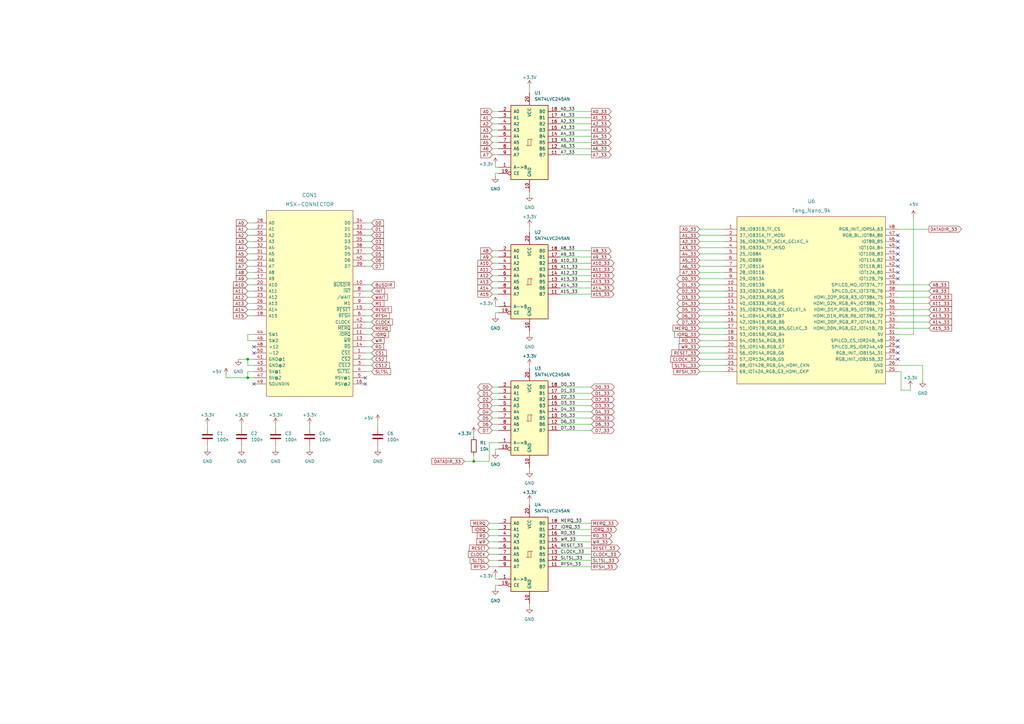
<source format=kicad_sch>
(kicad_sch (version 20211123) (generator eeschema)
  (paper "A3")
  (title_block (title "MSX-Tang Nano 9K Breakout") (date "2023-03-01"))
  (lib_symbols
    (symbol "Device:C" (pin_numbers hide) (pin_names (offset 0.254))
      (property "Reference" "C" (at 0.635 2.54 0))
      (property "Value" "C" (at 0.635 -2.54 0))
      (symbol "C_0_1"
        (polyline (pts (xy -2.032 -0.762) (xy 2.032 -0.762)) (stroke (width 0.508)))
        (polyline (pts (xy -2.032 0.762) (xy 2.032 0.762)) (stroke (width 0.508)))
      )
      (symbol "C_1_1"
        (pin passive line (at 0 3.81 270) (length 2.794) (name "~") (number "1"))
        (pin passive line (at 0 -3.81 90) (length 2.794) (name "~") (number "2"))
      )
    )
    (symbol "Device:R" (pin_numbers hide) (pin_names (offset 0))
      (property "Reference" "R" (at 2.032 0 90))
      (property "Value" "R" (at 0 0 90))
      (symbol "R_0_1"
        (rectangle (start -1.016 -2.54) (end 1.016 2.54) (stroke (width 0.254)))
      )
      (symbol "R_1_1"
        (pin passive line (at 0 3.81 270) (length 1.27) (name "~") (number "1"))
        (pin passive line (at 0 -3.81 90) (length 1.27) (name "~") (number "2"))
      )
    )
    (symbol "Mi_libreria:MSX-CONNECTOR" (pin_names (offset 1.016))
      (property "Reference" "CON1" (at -3.81 19.05 0))
      (property "Value" "MSX-CONNECTOR" (at -11.43 11.43 0))
      (symbol "MSX-CONNECTOR_1_0"
        (pin bidirectional line (at 22.86 -20.32 180) (length 5) (name "~{CS1}") (number "1"))
        (pin bidirectional line (at 22.86 7.62 180) (length 5) (name "~{BUSDIR}") (number "10"))
        (pin bidirectional line (at 22.86 -12.7 180) (length 5) (name "~{IORQ}") (number "11"))
        (pin bidirectional line (at 22.86 -10.16 180) (length 5) (name "~{MERQ}") (number "12"))
        (pin bidirectional line (at 22.86 -15.24 180) (length 5) (name "~{WR}") (number "13"))
        (pin bidirectional line (at 22.86 -17.78 180) (length 5) (name "~{RD}") (number "14"))
        (pin bidirectional line (at 22.86 -2.54 180) (length 5) (name "~{RESET}") (number "15"))
        (pin bidirectional line (at 22.86 -33.02 180) (length 5) (name "RSV@2") (number "16"))
        (pin bidirectional line (at -22.86 10.16 0) (length 5) (name "A9") (number "17"))
        (pin bidirectional line (at -22.86 -5.08 0) (length 5) (name "A15") (number "18"))
        (pin bidirectional line (at -22.86 5.08 0) (length 5) (name "A11") (number "19"))
        (pin bidirectional line (at 22.86 -22.86 180) (length 5) (name "~{CS2}") (number "2"))
        (pin bidirectional line (at -22.86 7.62 0) (length 5) (name "A10") (number "20"))
        (pin bidirectional line (at -22.86 15.24 0) (length 5) (name "A7") (number "21"))
        (pin bidirectional line (at -22.86 17.78 0) (length 5) (name "A6") (number "22"))
        (pin bidirectional line (at -22.86 2.54 0) (length 5) (name "A12") (number "23"))
        (pin bidirectional line (at -22.86 12.7 0) (length 5) (name "A8") (number "24"))
        (pin bidirectional line (at -22.86 -2.54 0) (length 5) (name "A14") (number "25"))
        (pin bidirectional line (at -22.86 0 0) (length 5) (name "A13") (number "26"))
        (pin bidirectional line (at -22.86 30.48 0) (length 5) (name "A1") (number "27"))
        (pin bidirectional line (at -22.86 33.02 0) (length 5) (name "A0") (number "28"))
        (pin bidirectional line (at -22.86 25.4 0) (length 5) (name "A3") (number "29"))
        (pin bidirectional line (at 22.86 -25.4 180) (length 5) (name "~{CS12}") (number "3"))
        (pin bidirectional line (at -22.86 27.94 0) (length 5) (name "A2") (number "30"))
        (pin bidirectional line (at -22.86 20.32 0) (length 5) (name "A5") (number "31"))
        (pin bidirectional line (at -22.86 22.86 0) (length 5) (name "A4") (number "32"))
        (pin bidirectional line (at 22.86 30.48 180) (length 5) (name "D1") (number "33"))
        (pin bidirectional line (at 22.86 33.02 180) (length 5) (name "D0") (number "34"))
        (pin bidirectional line (at 22.86 25.4 180) (length 5) (name "D3") (number "35"))
        (pin bidirectional line (at 22.86 27.94 180) (length 5) (name "D2") (number "36"))
        (pin bidirectional line (at 22.86 20.32 180) (length 5) (name "D5") (number "37"))
        (pin bidirectional line (at 22.86 22.86 180) (length 5) (name "D4") (number "38"))
        (pin bidirectional line (at 22.86 15.24 180) (length 5) (name "D7") (number "39"))
        (pin bidirectional line (at 22.86 -27.94 180) (length 5) (name "~{SLTSL}") (number "4"))
        (pin bidirectional line (at 22.86 17.78 180) (length 5) (name "D6") (number "40"))
        (pin bidirectional line (at -22.86 -22.86 0) (length 5) (name "GND@1") (number "41"))
        (pin bidirectional line (at 22.86 -7.62 180) (length 5) (name "CLOCK") (number "42"))
        (pin bidirectional line (at -22.86 -25.4 0) (length 5) (name "GND@2") (number "43"))
        (pin bidirectional line (at -22.86 -12.7 0) (length 5) (name "SW1") (number "44"))
        (pin bidirectional line (at -22.86 -27.94 0) (length 5) (name "5V@1") (number "45"))
        (pin bidirectional line (at -22.86 -15.24 0) (length 5) (name "SW2") (number "46"))
        (pin bidirectional line (at -22.86 -30.48 0) (length 5) (name "5V@2") (number "47"))
        (pin bidirectional line (at -22.86 -17.78 0) (length 5) (name "+12") (number "48"))
        (pin bidirectional line (at -22.86 -33.02 0) (length 5) (name "SOUNDIN") (number "49"))
        (pin bidirectional line (at 22.86 -30.48 180) (length 5) (name "RSV@1") (number "5"))
        (pin bidirectional line (at -22.86 -20.32 0) (length 5) (name "-12") (number "50"))
        (pin bidirectional line (at 22.86 -5.08 180) (length 5) (name "~{RFSH}") (number "6"))
        (pin bidirectional line (at 22.86 2.54 180) (length 5) (name "/WAIT") (number "7"))
        (pin bidirectional line (at 22.86 5.08 180) (length 5) (name "~{INT}") (number "8"))
        (pin bidirectional line (at 22.86 0 180) (length 5) (name "M1") (number "9"))
      )
      (symbol "MSX-CONNECTOR_1_1"
        (rectangle (start -17.78 38.1) (end 17.78 -38.1) (fill (type background)))
      )
    )
    (symbol "Mi_libreria:SN74LVC245AN" (pin_names (offset 1.016))
      (property "Reference" "U" (at -7.62 16.51 0))
      (property "Value" "SN74LVC245AN" (at -7.62 -16.51 0))
      (symbol "SN74LVC245AN_1_0"
        (polyline (pts (xy -0.635 -1.27) (xy -0.635 1.27) (xy 0.635 1.27)))
        (polyline (pts (xy -1.27 -1.27) (xy 0.635 -1.27) (xy 0.635 1.27) (xy 1.27 1.27)))
        (pin input line (at -12.7 -10.16 0) (length 5.08) (name "A->B") (number "1"))
        (pin power_in line (at 0 -20.32 90) (length 5.08) (name "GND") (number "10"))
        (pin tri_state line (at 12.7 -5.08 180) (length 5.08) (name "B7") (number "11"))
        (pin tri_state line (at 12.7 -2.54 180) (length 5.08) (name "B6") (number "12"))
        (pin tri_state line (at 12.7 0 180) (length 5.08) (name "B5") (number "13"))
        (pin tri_state line (at 12.7 2.54 180) (length 5.08) (name "B4") (number "14"))
        (pin tri_state line (at 12.7 5.08 180) (length 5.08) (name "B3") (number "15"))
        (pin tri_state line (at 12.7 7.62 180) (length 5.08) (name "B2") (number "16"))
        (pin tri_state line (at 12.7 10.16 180) (length 5.08) (name "B1") (number "17"))
        (pin tri_state line (at 12.7 12.7 180) (length 5.08) (name "B0") (number "18"))
        (pin input inverted (at -12.7 -12.7 0) (length 5.08) (name "CE") (number "19"))
        (pin tri_state line (at -12.7 12.7 0) (length 5.08) (name "A0") (number "2"))
        (pin power_in line (at 0 20.32 270) (length 5.08) (name "VCC") (number "20"))
        (pin tri_state line (at -12.7 10.16 0) (length 5.08) (name "A1") (number "3"))
        (pin tri_state line (at -12.7 7.62 0) (length 5.08) (name "A2") (number "4"))
        (pin tri_state line (at -12.7 5.08 0) (length 5.08) (name "A3") (number "5"))
        (pin tri_state line (at -12.7 2.54 0) (length 5.08) (name "A4") (number "6"))
        (pin tri_state line (at -12.7 0 0) (length 5.08) (name "A5") (number "7"))
        (pin tri_state line (at -12.7 -2.54 0) (length 5.08) (name "A6") (number "8"))
        (pin tri_state line (at -12.7 -5.08 0) (length 5.08) (name "A7") (number "9"))
      )
      (symbol "SN74LVC245AN_1_1"
        (rectangle (start -7.62 15.24) (end 7.62 -15.24) (stroke (width 0.254)) (fill (type background)))
      )
    )
    (symbol "Mi_libreria:Tang_Nano_9k" (pin_names (offset 1.016))
      (property "Reference" "U" (at -5.08 15.24 0))
      (property "Value" "Tang_Nano_9k" (at -10.16 11.43 0))
      (symbol "Tang_Nano_9k_1_0"
        (pin bidirectional line (at -35.56 27.94 0) (length 5) (name "38_IOB31B_TF_CS") (number "1"))
        (pin bidirectional line (at -35.56 5.08 0) (length 5) (name "30_IOB13B") (number "10"))
        (pin bidirectional line (at -35.56 2.54 0) (length 5) (name "33_IOB23A_RGB_DE") (number "11"))
        (pin bidirectional line (at -35.56 0 0) (length 5) (name "34_IOB23B_RGB_VS") (number "12"))
        (pin bidirectional line (at -35.56 -2.54 0) (length 5) (name "40_IOB33B_RGB_HS") (number "13"))
        (pin bidirectional line (at -35.56 -5.08 0) (length 5) (name "35_IOB29A_RGB_CK_GCLKT_4") (number "14"))
        (pin bidirectional line (at -35.56 -7.62 0) (length 5) (name "41_IOB41A_RGB_B7") (number "15"))
        (pin bidirectional line (at -35.56 -10.16 0) (length 5) (name "42_IOB41B_RGB_B6") (number "16"))
        (pin bidirectional line (at -35.56 -12.7 0) (length 5) (name "51_IOR17B_RGB_B5_GCLKC_3") (number "17"))
        (pin bidirectional line (at -35.56 -15.24 0) (length 5) (name "53_IOB15B_RGB_B4") (number "18"))
        (pin bidirectional line (at -35.56 -17.78 0) (length 5) (name "54_IOB15A_RGB_B3") (number "19"))
        (pin bidirectional line (at -35.56 25.4 0) (length 5) (name "37_IOB31A_TF_MOSI") (number "2"))
        (pin bidirectional line (at -35.56 -20.32 0) (length 5) (name "55_IOR14B_RGB_G7") (number "20"))
        (pin bidirectional line (at -35.56 -22.86 0) (length 5) (name "56_IOR14A_RGB_G6") (number "21"))
        (pin bidirectional line (at -35.56 -25.4 0) (length 5) (name "57_IOR13A_RGB_G5") (number "22"))
        (pin bidirectional line (at -35.56 -27.94 0) (length 5) (name "68_IOT42B_RGB_G4_HDMI_CKN") (number "23"))
        (pin bidirectional line (at -35.56 -30.48 0) (length 5) (name "69_IOT42A_RGB_G3_HDMI_CKP") (number "24"))
        (pin bidirectional line (at 35.56 -30.48 180) (length 5) (name "3V3") (number "25"))
        (pin bidirectional line (at 35.56 -27.94 180) (length 5) (name "GND") (number "26"))
        (pin bidirectional line (at 35.56 -25.4 180) (length 5) (name "RGB_INIT_IOB15B_32") (number "27"))
        (pin bidirectional line (at 35.56 -22.86 180) (length 5) (name "RGB_INIT_IOB15A_31") (number "28"))
        (pin bidirectional line (at 35.56 -20.32 180) (length 5) (name "SPILCD_RS_IOR24A_49") (number "29"))
        (pin bidirectional line (at -35.56 22.86 0) (length 5) (name "36_IOB29B_TF_SCLK_GCLKC_4") (number "3"))
        (pin bidirectional line (at 35.56 -17.78 180) (length 5) (name "SPILCD_CS_IOR24B_48") (number "30"))
        (pin bidirectional line (at 35.56 -15.24 180) (length 5) (name "5V") (number "31"))
        (pin bidirectional line (at 35.56 -12.7 180) (length 5) (name "HDMI_D0N_RGB_G2_IOT41B_70") (number "32"))
        (pin bidirectional line (at 35.56 -10.16 180) (length 5) (name "HDMI_D0P_RGB_R7_IOT41A_71") (number "33"))
        (pin bidirectional line (at 35.56 -7.62 180) (length 5) (name "HDMI_D1N_RGB_R6_IOT39B_72") (number "34"))
        (pin bidirectional line (at 35.56 -5.08 180) (length 5) (name "HDMI_D1P_RGB_R5_IOT39A_73") (number "35"))
        (pin bidirectional line (at 35.56 -2.54 180) (length 5) (name "HDMI_D2N_RGB_R4_IOT38B_74") (number "36"))
        (pin bidirectional line (at 35.56 0 180) (length 5) (name "HDMI_D2P_RGB_R3_IOT38A_75") (number "37"))
        (pin bidirectional line (at 35.56 2.54 180) (length 5) (name "SPILCD_CK_IOT37B_76") (number "38"))
        (pin bidirectional line (at 35.56 5.08 180) (length 5) (name "SPILCD_MO_IOT37A_77") (number "39"))
        (pin bidirectional line (at -35.56 20.32 0) (length 5) (name "39_IOB33A_TF_MISO") (number "4"))
        (pin bidirectional line (at 35.56 7.62 180) (length 5) (name "IOT12B_79") (number "40"))
        (pin bidirectional line (at 35.56 10.16 180) (length 5) (name "IOT12A_80") (number "41"))
        (pin bidirectional line (at 35.56 12.7 180) (length 5) (name "IOT11B_81") (number "42"))
        (pin bidirectional line (at 35.56 15.24 180) (length 5) (name "IOT11A_82") (number "43"))
        (pin bidirectional line (at 35.56 17.78 180) (length 5) (name "IOT10B_83") (number "44"))
        (pin bidirectional line (at 35.56 20.32 180) (length 5) (name "IOT10A_84") (number "45"))
        (pin bidirectional line (at 35.56 22.86 180) (length 5) (name "IOT8B_85") (number "46"))
        (pin bidirectional line (at 35.56 25.4 180) (length 5) (name "RGB_BL_IOT8A_86") (number "47"))
        (pin bidirectional line (at 35.56 27.94 180) (length 5) (name "RGB_INIT_IOR5A_63") (number "48"))
        (pin bidirectional line (at -35.56 17.78 0) (length 5) (name "25_IOB8A") (number "5"))
        (pin bidirectional line (at -35.56 15.24 0) (length 5) (name "26_IOB8B") (number "6"))
        (pin bidirectional line (at -35.56 12.7 0) (length 5) (name "27_IOB11A") (number "7"))
        (pin bidirectional line (at -35.56 10.16 0) (length 5) (name "28_IOB11B") (number "8"))
        (pin bidirectional line (at -35.56 7.62 0) (length 5) (name "29_IOB13A") (number "9"))
      )
      (symbol "Tang_Nano_9k_1_1"
        (rectangle (start -30.48 33.02) (end 30.48 -35.56) (fill (type background)))
      )
    )
    (symbol "power:+3.3V" (power) (pin_names (offset 0))
      (property "Value" "+3.3V" (at 0 3.556 0))
      (symbol "+3.3V_0_1"
        (polyline (pts (xy -0.762 1.27) (xy 0 2.54)))
        (polyline (pts (xy 0 0) (xy 0 2.54)))
        (polyline (pts (xy 0 2.54) (xy 0.762 1.27)))
      )
      (symbol "+3.3V_1_1"
        (pin power_in line (at 0 0 90) (length 0) hide (name "+3.3V") (number "1"))
      )
    )
    (symbol "power:+5V" (power) (pin_names (offset 0))
      (property "Value" "+5V" (at 0 3.556 0))
      (symbol "+5V_0_1"
        (polyline (pts (xy -0.762 1.27) (xy 0 2.54)))
        (polyline (pts (xy 0 0) (xy 0 2.54)))
        (polyline (pts (xy 0 2.54) (xy 0.762 1.27)))
      )
      (symbol "+5V_1_1"
        (pin power_in line (at 0 0 90) (length 0) hide (name "+5V") (number "1"))
      )
    )
    (symbol "power:GND" (power) (pin_names (offset 0))
      (property "Value" "GND" (at 0 -3.81 0))
      (symbol "GND_0_1"
        (polyline (pts (xy 0 0) (xy 0 -1.27) (xy 1.27 -1.27) (xy 0 -2.54) (xy -1.27 -1.27) (xy 0 -1.27)))
      )
      (symbol "GND_1_1"
        (pin power_in line (at 0 0 270) (length 0) hide (name "GND") (number "1"))
      )
    )
  )
  (junction (at 101.6 147.32))
  (junction (at 101.6 154.94))
  (junction (at 194.31 189.23))
  (no_connect (at 368.3 114.3))
  (no_connect (at 149.86 157.48))
  (no_connect (at 368.3 104.14))
  (no_connect (at 368.3 142.24))
  (no_connect (at 104.14 142.24))
  (no_connect (at 104.14 144.78))
  (no_connect (at 149.86 154.94))
  (no_connect (at 368.3 139.7))
  (no_connect (at 104.14 157.48))
  (no_connect (at 368.3 147.32))
  (no_connect (at 368.3 106.68))
  (no_connect (at 368.3 96.52))
  (no_connect (at 368.3 109.22))
  (no_connect (at 368.3 101.6))
  (no_connect (at 368.3 111.76))
  (no_connect (at 368.3 99.06))
  (no_connect (at 368.3 144.78))
  (wire (pts (xy 101.6 109.22) (xy 104.14 109.22)))
  (wire (pts (xy 229.87 102.87) (xy 242.57 102.87)))
  (wire (pts (xy 201.93 53.34) (xy 204.47 53.34)))
  (wire (pts (xy 149.86 142.24) (xy 152.4 142.24)))
  (wire (pts (xy 201.93 173.99) (xy 204.47 173.99)))
  (wire (pts (xy 201.93 110.49) (xy 204.47 110.49)))
  (wire (pts (xy 217.17 35.56) (xy 217.17 38.1)))
  (wire (pts (xy 101.6 119.38) (xy 104.14 119.38)))
  (wire (pts (xy 368.3 93.98) (xy 381 93.98)))
  (wire (pts (xy 194.31 189.23) (xy 200.66 189.23)))
  (wire (pts (xy 200.66 219.71) (xy 204.47 219.71)))
  (wire (pts (xy 201.93 158.75) (xy 204.47 158.75)))
  (wire (pts (xy 201.93 105.41) (xy 204.47 105.41)))
  (wire (pts (xy 200.66 224.79) (xy 204.47 224.79)))
  (wire (pts (xy 149.86 121.92) (xy 152.4 121.92)))
  (wire (pts (xy 200.66 229.87) (xy 204.47 229.87)))
  (wire (pts (xy 201.93 118.11) (xy 204.47 118.11)))
  (wire (pts (xy 229.87 120.65) (xy 242.57 120.65)))
  (wire (pts (xy 229.87 176.53) (xy 242.57 176.53)))
  (wire (pts (xy 287.02 124.46) (xy 297.18 124.46)))
  (wire (pts (xy 287.02 119.38) (xy 297.18 119.38)))
  (wire (pts (xy 368.3 121.92) (xy 381 121.92)))
  (wire (pts (xy 127 182.88) (xy 127 184.15)))
  (wire (pts (xy 368.3 149.86) (xy 378.46 149.86)))
  (wire (pts (xy 373.38 158.75) (xy 373.38 160.02)))
  (wire (pts (xy 229.87 166.37) (xy 242.57 166.37)))
  (wire (pts (xy 229.87 158.75) (xy 242.57 158.75)))
  (wire (pts (xy 149.86 149.86) (xy 152.4 149.86)))
  (wire (pts (xy 229.87 113.03) (xy 242.57 113.03)))
  (wire (pts (xy 149.86 147.32) (xy 152.4 147.32)))
  (wire (pts (xy 229.87 222.25) (xy 242.57 222.25)))
  (wire (pts (xy 201.93 176.53) (xy 204.47 176.53)))
  (wire (pts (xy 149.86 106.68) (xy 152.4 106.68)))
  (wire (pts (xy 149.86 116.84) (xy 152.4 116.84)))
  (wire (pts (xy 113.03 182.88) (xy 113.03 184.15)))
  (wire (pts (xy 101.6 121.92) (xy 104.14 121.92)))
  (wire (pts (xy 229.87 173.99) (xy 242.57 173.99)))
  (wire (pts (xy 149.86 129.54) (xy 152.4 129.54)))
  (wire (pts (xy 204.47 71.12) (xy 203.2 71.12)))
  (wire (pts (xy 287.02 129.54) (xy 297.18 129.54)))
  (wire (pts (xy 201.93 171.45) (xy 204.47 171.45)))
  (wire (pts (xy 149.86 137.16) (xy 152.4 137.16)))
  (wire (pts (xy 201.93 48.26) (xy 204.47 48.26)))
  (wire (pts (xy 203.2 128.27) (xy 203.2 129.54)))
  (wire (pts (xy 229.87 110.49) (xy 242.57 110.49)))
  (wire (pts (xy 287.02 109.22) (xy 297.18 109.22)))
  (wire (pts (xy 101.6 93.98) (xy 104.14 93.98)))
  (wire (pts (xy 369.57 160.02) (xy 373.38 160.02)))
  (wire (pts (xy 99.06 182.88) (xy 99.06 184.15)))
  (wire (pts (xy 229.87 50.8) (xy 242.57 50.8)))
  (wire (pts (xy 101.6 99.06) (xy 104.14 99.06)))
  (wire (pts (xy 201.93 120.65) (xy 204.47 120.65)))
  (wire (pts (xy 154.94 172.72) (xy 154.94 175.26)))
  (wire (pts (xy 374.65 137.16) (xy 368.3 137.16)))
  (wire (pts (xy 149.86 132.08) (xy 152.4 132.08)))
  (wire (pts (xy 85.09 182.88) (xy 85.09 184.15)))
  (wire (pts (xy 287.02 106.68) (xy 297.18 106.68)))
  (wire (pts (xy 229.87 163.83) (xy 242.57 163.83)))
  (wire (pts (xy 149.86 127) (xy 152.4 127)))
  (wire (pts (xy 201.93 50.8) (xy 204.47 50.8)))
  (wire (pts (xy 229.87 58.42) (xy 242.57 58.42)))
  (wire (pts (xy 229.87 115.57) (xy 242.57 115.57)))
  (wire (pts (xy 99.06 173.99) (xy 99.06 175.26)))
  (wire (pts (xy 201.93 115.57) (xy 204.47 115.57)))
  (wire (pts (xy 374.65 88.9) (xy 374.65 137.16)))
  (wire (pts (xy 204.47 128.27) (xy 203.2 128.27)))
  (wire (pts (xy 287.02 93.98) (xy 297.18 93.98)))
  (wire (pts (xy 104.14 147.32) (xy 101.6 147.32)))
  (wire (pts (xy 149.86 104.14) (xy 152.4 104.14)))
  (wire (pts (xy 229.87 171.45) (xy 242.57 171.45)))
  (wire (pts (xy 101.6 116.84) (xy 104.14 116.84)))
  (wire (pts (xy 287.02 101.6) (xy 297.18 101.6)))
  (wire (pts (xy 149.86 101.6) (xy 152.4 101.6)))
  (wire (pts (xy 287.02 134.62) (xy 297.18 134.62)))
  (wire (pts (xy 229.87 214.63) (xy 242.57 214.63)))
  (wire (pts (xy 101.6 129.54) (xy 104.14 129.54)))
  (wire (pts (xy 92.71 154.94) (xy 101.6 154.94)))
  (wire (pts (xy 368.3 119.38) (xy 381 119.38)))
  (wire (pts (xy 101.6 104.14) (xy 104.14 104.14)))
  (wire (pts (xy 201.93 168.91) (xy 204.47 168.91)))
  (wire (pts (xy 201.93 102.87) (xy 204.47 102.87)))
  (wire (pts (xy 101.6 154.94) (xy 104.14 154.94)))
  (wire (pts (xy 200.66 189.23) (xy 200.66 181.61)))
  (wire (pts (xy 101.6 124.46) (xy 104.14 124.46)))
  (wire (pts (xy 101.6 137.16) (xy 101.6 139.7)))
  (wire (pts (xy 287.02 152.4) (xy 297.18 152.4)))
  (wire (pts (xy 229.87 217.17) (xy 242.57 217.17)))
  (wire (pts (xy 127 173.99) (xy 127 175.26)))
  (wire (pts (xy 149.86 99.06) (xy 152.4 99.06)))
  (wire (pts (xy 229.87 107.95) (xy 242.57 107.95)))
  (wire (pts (xy 200.66 181.61) (xy 204.47 181.61)))
  (wire (pts (xy 368.3 124.46) (xy 381 124.46)))
  (wire (pts (xy 201.93 113.03) (xy 204.47 113.03)))
  (wire (pts (xy 229.87 168.91) (xy 242.57 168.91)))
  (wire (pts (xy 217.17 135.89) (xy 217.17 137.16)))
  (wire (pts (xy 368.3 132.08) (xy 381 132.08)))
  (wire (pts (xy 229.87 55.88) (xy 242.57 55.88)))
  (wire (pts (xy 287.02 104.14) (xy 297.18 104.14)))
  (wire (pts (xy 92.71 153.67) (xy 92.71 154.94)))
  (wire (pts (xy 229.87 224.79) (xy 242.57 224.79)))
  (wire (pts (xy 203.2 124.46) (xy 203.2 125.73)))
  (wire (pts (xy 287.02 127) (xy 297.18 127)))
  (wire (pts (xy 203.2 236.22) (xy 203.2 237.49)))
  (wire (pts (xy 204.47 68.58) (xy 203.2 68.58)))
  (wire (pts (xy 101.6 91.44) (xy 104.14 91.44)))
  (wire (pts (xy 194.31 177.8) (xy 194.31 179.07)))
  (wire (pts (xy 287.02 99.06) (xy 297.18 99.06)))
  (wire (pts (xy 203.2 237.49) (xy 204.47 237.49)))
  (wire (pts (xy 287.02 121.92) (xy 297.18 121.92)))
  (wire (pts (xy 204.47 184.15) (xy 203.2 184.15)))
  (wire (pts (xy 229.87 118.11) (xy 242.57 118.11)))
  (wire (pts (xy 101.6 152.4) (xy 101.6 154.94)))
  (wire (pts (xy 200.66 227.33) (xy 204.47 227.33)))
  (wire (pts (xy 200.66 222.25) (xy 204.47 222.25)))
  (wire (pts (xy 101.6 111.76) (xy 104.14 111.76)))
  (wire (pts (xy 201.93 55.88) (xy 204.47 55.88)))
  (wire (pts (xy 101.6 147.32) (xy 101.6 149.86)))
  (wire (pts (xy 101.6 127) (xy 104.14 127)))
  (wire (pts (xy 229.87 105.41) (xy 242.57 105.41)))
  (wire (pts (xy 368.3 129.54) (xy 381 129.54)))
  (wire (pts (xy 201.93 107.95) (xy 204.47 107.95)))
  (wire (pts (xy 201.93 60.96) (xy 204.47 60.96)))
  (wire (pts (xy 287.02 139.7) (xy 297.18 139.7)))
  (wire (pts (xy 201.93 58.42) (xy 204.47 58.42)))
  (wire (pts (xy 101.6 96.52) (xy 104.14 96.52)))
  (wire (pts (xy 200.66 217.17) (xy 204.47 217.17)))
  (wire (pts (xy 229.87 227.33) (xy 242.57 227.33)))
  (wire (pts (xy 229.87 219.71) (xy 242.57 219.71)))
  (wire (pts (xy 203.2 67.31) (xy 203.2 68.58)))
  (wire (pts (xy 217.17 191.77) (xy 217.17 193.04)))
  (wire (pts (xy 229.87 48.26) (xy 242.57 48.26)))
  (wire (pts (xy 229.87 63.5) (xy 242.57 63.5)))
  (wire (pts (xy 200.66 214.63) (xy 204.47 214.63)))
  (wire (pts (xy 149.86 124.46) (xy 152.4 124.46)))
  (wire (pts (xy 85.09 173.99) (xy 85.09 175.26)))
  (wire (pts (xy 287.02 137.16) (xy 297.18 137.16)))
  (wire (pts (xy 101.6 149.86) (xy 104.14 149.86)))
  (wire (pts (xy 287.02 111.76) (xy 297.18 111.76)))
  (wire (pts (xy 368.3 116.84) (xy 381 116.84)))
  (wire (pts (xy 287.02 116.84) (xy 297.18 116.84)))
  (wire (pts (xy 149.86 139.7) (xy 152.4 139.7)))
  (wire (pts (xy 201.93 163.83) (xy 204.47 163.83)))
  (wire (pts (xy 287.02 144.78) (xy 297.18 144.78)))
  (wire (pts (xy 368.3 134.62) (xy 381 134.62)))
  (wire (pts (xy 229.87 229.87) (xy 242.57 229.87)))
  (wire (pts (xy 149.86 91.44) (xy 152.4 91.44)))
  (wire (pts (xy 149.86 134.62) (xy 152.4 134.62)))
  (wire (pts (xy 203.2 240.03) (xy 203.2 241.3)))
  (wire (pts (xy 204.47 240.03) (xy 203.2 240.03)))
  (wire (pts (xy 287.02 149.86) (xy 297.18 149.86)))
  (wire (pts (xy 101.6 114.3) (xy 104.14 114.3)))
  (wire (pts (xy 217.17 149.86) (xy 217.17 151.13)))
  (wire (pts (xy 217.17 205.74) (xy 217.17 207.01)))
  (wire (pts (xy 201.93 161.29) (xy 204.47 161.29)))
  (wire (pts (xy 287.02 96.52) (xy 297.18 96.52)))
  (wire (pts (xy 101.6 139.7) (xy 104.14 139.7)))
  (wire (pts (xy 203.2 184.15) (xy 203.2 185.42)))
  (wire (pts (xy 229.87 53.34) (xy 242.57 53.34)))
  (wire (pts (xy 368.3 152.4) (xy 369.57 152.4)))
  (wire (pts (xy 149.86 144.78) (xy 152.4 144.78)))
  (wire (pts (xy 201.93 166.37) (xy 204.47 166.37)))
  (wire (pts (xy 149.86 119.38) (xy 152.4 119.38)))
  (wire (pts (xy 229.87 45.72) (xy 242.57 45.72)))
  (wire (pts (xy 204.47 125.73) (xy 203.2 125.73)))
  (wire (pts (xy 104.14 152.4) (xy 101.6 152.4)))
  (wire (pts (xy 149.86 152.4) (xy 152.4 152.4)))
  (wire (pts (xy 287.02 114.3) (xy 297.18 114.3)))
  (wire (pts (xy 194.31 186.69) (xy 194.31 189.23)))
  (wire (pts (xy 217.17 78.74) (xy 217.17 80.01)))
  (wire (pts (xy 229.87 60.96) (xy 242.57 60.96)))
  (wire (pts (xy 368.3 127) (xy 381 127)))
  (wire (pts (xy 229.87 161.29) (xy 242.57 161.29)))
  (wire (pts (xy 149.86 96.52) (xy 152.4 96.52)))
  (wire (pts (xy 369.57 152.4) (xy 369.57 160.02)))
  (wire (pts (xy 201.93 45.72) (xy 204.47 45.72)))
  (wire (pts (xy 287.02 147.32) (xy 297.18 147.32)))
  (wire (pts (xy 149.86 93.98) (xy 152.4 93.98)))
  (wire (pts (xy 201.93 63.5) (xy 204.47 63.5)))
  (wire (pts (xy 154.94 182.88) (xy 154.94 184.15)))
  (wire (pts (xy 101.6 106.68) (xy 104.14 106.68)))
  (wire (pts (xy 190.5 189.23) (xy 194.31 189.23)))
  (wire (pts (xy 149.86 109.22) (xy 152.4 109.22)))
  (wire (pts (xy 203.2 71.12) (xy 203.2 72.39)))
  (wire (pts (xy 287.02 142.24) (xy 297.18 142.24)))
  (wire (pts (xy 217.17 92.71) (xy 217.17 95.25)))
  (wire (pts (xy 101.6 101.6) (xy 104.14 101.6)))
  (wire (pts (xy 287.02 132.08) (xy 297.18 132.08)))
  (wire (pts (xy 97.79 147.32) (xy 101.6 147.32)))
  (wire (pts (xy 113.03 173.99) (xy 113.03 175.26)))
  (wire (pts (xy 229.87 232.41) (xy 242.57 232.41)))
  (wire (pts (xy 378.46 156.21) (xy 378.46 149.86)))
  (wire (pts (xy 217.17 247.65) (xy 217.17 248.92)))
  (wire (pts (xy 104.14 137.16) (xy 101.6 137.16)))
  (wire (pts (xy 200.66 232.41) (xy 204.47 232.41)))
  (label "A8_33" (at 229.87 102.87 0))
  (label "D0_33" (at 229.87 158.75 0))
  (label "A2_33" (at 229.87 50.8 0))
  (label "A5_33" (at 229.87 58.42 0))
  (label "SLTSL_33" (at 229.87 229.87 0))
  (label "D5_33" (at 229.87 171.45 0))
  (label "D4_33" (at 229.87 168.91 0))
  (label "WR_33" (at 229.87 222.25 0))
  (label "CLOCK_33" (at 229.87 227.33 0))
  (label "A13_33" (at 229.87 115.57 0))
  (label "A10_33" (at 229.87 107.95 0))
  (label "A1_33" (at 229.87 48.26 0))
  (label "A6_33" (at 229.9211 60.96 0))
  (label "A11_33" (at 229.87 110.49 0))
  (label "A4_33" (at 229.87 55.88 0))
  (label "MERQ_33" (at 229.87 214.63 0))
  (label "A7_33" (at 229.87 63.5 0))
  (label "D6_33" (at 229.87 173.99 0))
  (label "RFSH_33" (at 229.87 232.41 0))
  (label "A15_33" (at 229.87 120.65 0))
  (label "RD_33" (at 229.87 219.71 0))
  (label "D3_33" (at 229.87 166.37 0))
  (label "RESET_33" (at 229.87 224.79 0))
  (label "A14_33" (at 229.9211 118.11 0))
  (label "IORQ_33" (at 229.87 217.17 0))
  (label "A3_33" (at 229.87 53.34 0))
  (label "D7_33" (at 229.87 176.53 0))
  (label "D2_33" (at 229.87 163.83 0))
  (label "A0_33" (at 229.87 45.72 0))
  (label "A12_33" (at 229.87 113.03 0))
  (label "D1_33" (at 229.87 161.29 0))
  (label "A9_33" (at 229.87 105.41 0))
  (global_label "D7_33" (shape bidirectional) (at 287.02 132.08 180) (property "Intersheet References" "${INTERSHEET_REFS}" (effects hide)))
  (global_label "RFSH" (shape input) (at 152.4 129.54 0) (property "Intersheet References" "${INTERSHEET_REFS}" (effects hide)))
  (global_label "A15_33" (shape input) (at 381 134.62 0) (property "Intersheet References" "${INTERSHEET_REFS}" (effects hide)))
  (global_label "SLTSL" (shape input) (at 200.66 229.87 180) (property "Intersheet References" "${INTERSHEET_REFS}" (effects hide)))
  (global_label "A7_33" (shape input) (at 287.02 111.76 180) (property "Intersheet References" "${INTERSHEET_REFS}" (effects hide)))
  (global_label "WR" (shape input) (at 200.66 222.25 180) (property "Intersheet References" "${INTERSHEET_REFS}" (effects hide)))
  (global_label "A1_33" (shape output) (at 242.57 48.26 0) (property "Intersheet References" "${INTERSHEET_REFS}" (effects hide)))
  (global_label "A2_33" (shape input) (at 287.02 99.06 180) (property "Intersheet References" "${INTERSHEET_REFS}" (effects hide)))
  (global_label "DATADIR_33" (shape output) (at 381 93.98 0) (property "Intersheet References" "${INTERSHEET_REFS}" (effects hide)))
  (global_label "D6_33" (shape bidirectional) (at 287.02 129.54 180) (property "Intersheet References" "${INTERSHEET_REFS}" (effects hide)))
  (global_label "CS1" (shape input) (at 152.4 144.78 0) (property "Intersheet References" "${INTERSHEET_REFS}" (effects hide)))
  (global_label "A5" (shape input) (at 101.6 104.14 180) (property "Intersheet References" "${INTERSHEET_REFS}" (effects hide)))
  (global_label "A6" (shape input) (at 101.6 106.68 180) (property "Intersheet References" "${INTERSHEET_REFS}" (effects hide)))
  (global_label "D3" (shape bidirectional) (at 201.93 166.37 180) (property "Intersheet References" "${INTERSHEET_REFS}" (effects hide)))
  (global_label "IORQ" (shape input) (at 200.66 217.17 180) (property "Intersheet References" "${INTERSHEET_REFS}" (effects hide)))
  (global_label "RESET_33" (shape output) (at 242.57 224.79 0) (property "Intersheet References" "${INTERSHEET_REFS}" (effects hide)))
  (global_label "IORQ_33" (shape input) (at 287.02 137.16 180) (property "Intersheet References" "${INTERSHEET_REFS}" (effects hide)))
  (global_label "D0_33" (shape bidirectional) (at 287.02 114.3 180) (property "Intersheet References" "${INTERSHEET_REFS}" (effects hide)))
  (global_label "A2_33" (shape output) (at 242.57 50.8 0) (property "Intersheet References" "${INTERSHEET_REFS}" (effects hide)))
  (global_label "A13" (shape input) (at 101.6 124.46 180) (property "Intersheet References" "${INTERSHEET_REFS}" (effects hide)))
  (global_label "A7" (shape input) (at 201.93 63.5 180) (property "Intersheet References" "${INTERSHEET_REFS}" (effects hide)))
  (global_label "RD_33" (shape input) (at 287.02 139.7 180) (property "Intersheet References" "${INTERSHEET_REFS}" (effects hide)))
  (global_label "A14" (shape input) (at 201.93 118.11 180) (property "Intersheet References" "${INTERSHEET_REFS}" (effects hide)))
  (global_label "D6_33" (shape bidirectional) (at 242.57 173.99 0) (property "Intersheet References" "${INTERSHEET_REFS}" (effects hide)))
  (global_label "D0" (shape bidirectional) (at 201.93 158.75 180) (property "Intersheet References" "${INTERSHEET_REFS}" (effects hide)))
  (global_label "A8" (shape input) (at 201.93 102.87 180) (property "Intersheet References" "${INTERSHEET_REFS}" (effects hide)))
  (global_label "A0" (shape input) (at 101.6 91.44 180) (property "Intersheet References" "${INTERSHEET_REFS}" (effects hide)))
  (global_label "A0_33" (shape input) (at 287.02 93.98 180) (property "Intersheet References" "${INTERSHEET_REFS}" (effects hide)))
  (global_label "RFSH_33" (shape output) (at 242.57 232.41 0) (property "Intersheet References" "${INTERSHEET_REFS}" (effects hide)))
  (global_label "A9" (shape input) (at 201.93 105.41 180) (property "Intersheet References" "${INTERSHEET_REFS}" (effects hide)))
  (global_label "D0_33" (shape bidirectional) (at 242.57 158.75 0) (property "Intersheet References" "${INTERSHEET_REFS}" (effects hide)))
  (global_label "BUSDIR" (shape input) (at 152.4 116.84 0) (property "Intersheet References" "${INTERSHEET_REFS}" (effects hide)))
  (global_label "A12" (shape input) (at 101.6 121.92 180) (property "Intersheet References" "${INTERSHEET_REFS}" (effects hide)))
  (global_label "WR" (shape input) (at 152.4 139.7 0) (property "Intersheet References" "${INTERSHEET_REFS}" (effects hide)))
  (global_label "D4_33" (shape bidirectional) (at 242.57 168.91 0) (property "Intersheet References" "${INTERSHEET_REFS}" (effects hide)))
  (global_label "A8_33" (shape input) (at 381 116.84 0) (property "Intersheet References" "${INTERSHEET_REFS}" (effects hide)))
  (global_label "D1" (shape input) (at 152.4 93.98 0) (property "Intersheet References" "${INTERSHEET_REFS}" (effects hide)))
  (global_label "RESET_33" (shape input) (at 287.02 144.78 180) (property "Intersheet References" "${INTERSHEET_REFS}" (effects hide)))
  (global_label "A14_33" (shape output) (at 242.57 118.11 0) (property "Intersheet References" "${INTERSHEET_REFS}" (effects hide)))
  (global_label "A5_33" (shape output) (at 242.57 58.42 0) (property "Intersheet References" "${INTERSHEET_REFS}" (effects hide)))
  (global_label "WR_33" (shape output) (at 242.57 222.25 0) (property "Intersheet References" "${INTERSHEET_REFS}" (effects hide)))
  (global_label "CLOCK_33" (shape output) (at 242.57 227.33 0) (property "Intersheet References" "${INTERSHEET_REFS}" (effects hide)))
  (global_label "D2_33" (shape bidirectional) (at 287.02 119.38 180) (property "Intersheet References" "${INTERSHEET_REFS}" (effects hide)))
  (global_label "D4" (shape bidirectional) (at 201.93 168.91 180) (property "Intersheet References" "${INTERSHEET_REFS}" (effects hide)))
  (global_label "A15" (shape input) (at 101.6 129.54 180) (property "Intersheet References" "${INTERSHEET_REFS}" (effects hide)))
  (global_label "A6_33" (shape input) (at 287.02 109.22 180) (property "Intersheet References" "${INTERSHEET_REFS}" (effects hide)))
  (global_label "A0_33" (shape output) (at 242.57 45.72 0) (property "Intersheet References" "${INTERSHEET_REFS}" (effects hide)))
  (global_label "IORQ" (shape input) (at 152.4 137.16 0) (property "Intersheet References" "${INTERSHEET_REFS}" (effects hide)))
  (global_label "A11" (shape input) (at 101.6 119.38 180) (property "Intersheet References" "${INTERSHEET_REFS}" (effects hide)))
  (global_label "A1" (shape input) (at 201.93 48.26 180) (property "Intersheet References" "${INTERSHEET_REFS}" (effects hide)))
  (global_label "A8_33" (shape output) (at 242.57 102.87 0) (property "Intersheet References" "${INTERSHEET_REFS}" (effects hide)))
  (global_label "D2_33" (shape bidirectional) (at 242.57 163.83 0) (property "Intersheet References" "${INTERSHEET_REFS}" (effects hide)))
  (global_label "A10_33" (shape input) (at 381 121.92 0) (property "Intersheet References" "${INTERSHEET_REFS}" (effects hide)))
  (global_label "D2" (shape input) (at 152.4 96.52 0) (property "Intersheet References" "${INTERSHEET_REFS}" (effects hide)))
  (global_label "A10" (shape input) (at 201.93 107.95 180) (property "Intersheet References" "${INTERSHEET_REFS}" (effects hide)))
  (global_label "A3_33" (shape input) (at 287.02 101.6 180) (property "Intersheet References" "${INTERSHEET_REFS}" (effects hide)))
  (global_label "A12" (shape input) (at 201.93 113.03 180) (property "Intersheet References" "${INTERSHEET_REFS}" (effects hide)))
  (global_label "A7_33" (shape output) (at 242.57 63.5 0) (property "Intersheet References" "${INTERSHEET_REFS}" (effects hide)))
  (global_label "A12_33" (shape input) (at 381 127 0) (property "Intersheet References" "${INTERSHEET_REFS}" (effects hide)))
  (global_label "D5" (shape input) (at 152.4 104.14 0) (property "Intersheet References" "${INTERSHEET_REFS}" (effects hide)))
  (global_label "A4_33" (shape input) (at 287.02 104.14 180) (property "Intersheet References" "${INTERSHEET_REFS}" (effects hide)))
  (global_label "RD" (shape input) (at 152.4 142.24 0) (property "Intersheet References" "${INTERSHEET_REFS}" (effects hide)))
  (global_label "DATADIR_33" (shape input) (at 190.5 189.23 180) (property "Intersheet References" "${INTERSHEET_REFS}" (effects hide)))
  (global_label "D3" (shape input) (at 152.4 99.06 0) (property "Intersheet References" "${INTERSHEET_REFS}" (effects hide)))
  (global_label "A15_33" (shape output) (at 242.57 120.65 0) (property "Intersheet References" "${INTERSHEET_REFS}" (effects hide)))
  (global_label "MERQ_33" (shape output) (at 242.57 214.63 0) (property "Intersheet References" "${INTERSHEET_REFS}" (effects hide)))
  (global_label "WR_33" (shape input) (at 287.02 142.24 180) (property "Intersheet References" "${INTERSHEET_REFS}" (effects hide)))
  (global_label "A14_33" (shape input) (at 381 132.08 0) (property "Intersheet References" "${INTERSHEET_REFS}" (effects hide)))
  (global_label "SLTSL" (shape input) (at 152.4 152.4 0) (property "Intersheet References" "${INTERSHEET_REFS}" (effects hide)))
  (global_label "CLOCK_33" (shape input) (at 287.02 147.32 180) (property "Intersheet References" "${INTERSHEET_REFS}" (effects hide)))
  (global_label "A3" (shape input) (at 201.93 53.34 180) (property "Intersheet References" "${INTERSHEET_REFS}" (effects hide)))
  (global_label "A4_33" (shape output) (at 242.57 55.88 0) (property "Intersheet References" "${INTERSHEET_REFS}" (effects hide)))
  (global_label "D4_33" (shape bidirectional) (at 287.02 124.46 180) (property "Intersheet References" "${INTERSHEET_REFS}" (effects hide)))
  (global_label "MERQ" (shape input) (at 152.4 134.62 0) (property "Intersheet References" "${INTERSHEET_REFS}" (effects hide)))
  (global_label "A2" (shape input) (at 101.6 96.52 180) (property "Intersheet References" "${INTERSHEET_REFS}" (effects hide)))
  (global_label "CS2" (shape input) (at 152.4 147.32 0) (property "Intersheet References" "${INTERSHEET_REFS}" (effects hide)))
  (global_label "RESET" (shape input) (at 152.4 127 0) (property "Intersheet References" "${INTERSHEET_REFS}" (effects hide)))
  (global_label "A7" (shape input) (at 101.6 109.22 180) (property "Intersheet References" "${INTERSHEET_REFS}" (effects hide)))
  (global_label "A14" (shape input) (at 101.6 127 180) (property "Intersheet References" "${INTERSHEET_REFS}" (effects hide)))
  (global_label "RFSH_33" (shape input) (at 287.02 152.4 180) (property "Intersheet References" "${INTERSHEET_REFS}" (effects hide)))
  (global_label "D5" (shape bidirectional) (at 201.93 171.45 180) (property "Intersheet References" "${INTERSHEET_REFS}" (effects hide)))
  (global_label "D2" (shape bidirectional) (at 201.93 163.83 180) (property "Intersheet References" "${INTERSHEET_REFS}" (effects hide)))
  (global_label "A13_33" (shape output) (at 242.57 115.57 0) (property "Intersheet References" "${INTERSHEET_REFS}" (effects hide)))
  (global_label "D1" (shape bidirectional) (at 201.93 161.29 180) (property "Intersheet References" "${INTERSHEET_REFS}" (effects hide)))
  (global_label "D7" (shape bidirectional) (at 201.93 176.53 180) (property "Intersheet References" "${INTERSHEET_REFS}" (effects hide)))
  (global_label "D3_33" (shape bidirectional) (at 287.02 121.92 180) (property "Intersheet References" "${INTERSHEET_REFS}" (effects hide)))
  (global_label "A11_33" (shape input) (at 381 124.46 0) (property "Intersheet References" "${INTERSHEET_REFS}" (effects hide)))
  (global_label "A13_33" (shape input) (at 381 129.54 0) (property "Intersheet References" "${INTERSHEET_REFS}" (effects hide)))
  (global_label "A2" (shape input) (at 201.93 50.8 180) (property "Intersheet References" "${INTERSHEET_REFS}" (effects hide)))
  (global_label "D1_33" (shape bidirectional) (at 287.02 116.84 180) (property "Intersheet References" "${INTERSHEET_REFS}" (effects hide)))
  (global_label "A6_33" (shape output) (at 242.57 60.96 0) (property "Intersheet References" "${INTERSHEET_REFS}" (effects hide)))
  (global_label "A9_33" (shape input) (at 381 119.38 0) (property "Intersheet References" "${INTERSHEET_REFS}" (effects hide)))
  (global_label "RD" (shape input) (at 200.66 219.71 180) (property "Intersheet References" "${INTERSHEET_REFS}" (effects hide)))
  (global_label "D3_33" (shape bidirectional) (at 242.57 166.37 0) (property "Intersheet References" "${INTERSHEET_REFS}" (effects hide)))
  (global_label "A0" (shape input) (at 201.93 45.72 180) (property "Intersheet References" "${INTERSHEET_REFS}" (effects hide)))
  (global_label "D5_33" (shape bidirectional) (at 242.57 171.45 0) (property "Intersheet References" "${INTERSHEET_REFS}" (effects hide)))
  (global_label "IORQ_33" (shape output) (at 242.57 217.17 0) (property "Intersheet References" "${INTERSHEET_REFS}" (effects hide)))
  (global_label "M1" (shape input) (at 152.4 124.46 0) (property "Intersheet References" "${INTERSHEET_REFS}" (effects hide)))
  (global_label "A11" (shape input) (at 201.93 110.49 180) (property "Intersheet References" "${INTERSHEET_REFS}" (effects hide)))
  (global_label "A4" (shape input) (at 101.6 101.6 180) (property "Intersheet References" "${INTERSHEET_REFS}" (effects hide)))
  (global_label "D0" (shape input) (at 152.4 91.44 0) (property "Intersheet References" "${INTERSHEET_REFS}" (effects hide)))
  (global_label "A4" (shape input) (at 201.93 55.88 180) (property "Intersheet References" "${INTERSHEET_REFS}" (effects hide)))
  (global_label "CS12" (shape input) (at 152.4 149.86 0) (property "Intersheet References" "${INTERSHEET_REFS}" (effects hide)))
  (global_label "SLTSL_33" (shape output) (at 242.57 229.87 0) (property "Intersheet References" "${INTERSHEET_REFS}" (effects hide)))
  (global_label "A3" (shape input) (at 101.6 99.06 180) (property "Intersheet References" "${INTERSHEET_REFS}" (effects hide)))
  (global_label "D7_33" (shape bidirectional) (at 242.57 176.53 0) (property "Intersheet References" "${INTERSHEET_REFS}" (effects hide)))
  (global_label "A1" (shape input) (at 101.6 93.98 180) (property "Intersheet References" "${INTERSHEET_REFS}" (effects hide)))
  (global_label "A1_33" (shape input) (at 287.02 96.52 180) (property "Intersheet References" "${INTERSHEET_REFS}" (effects hide)))
  (global_label "A6" (shape input) (at 201.93 60.96 180) (property "Intersheet References" "${INTERSHEET_REFS}" (effects hide)))
  (global_label "RFSH" (shape input) (at 200.66 232.41 180) (property "Intersheet References" "${INTERSHEET_REFS}" (effects hide)))
  (global_label "A8" (shape input) (at 101.6 111.76 180) (property "Intersheet References" "${INTERSHEET_REFS}" (effects hide)))
  (global_label "INT" (shape input) (at 152.4 119.38 0) (property "Intersheet References" "${INTERSHEET_REFS}" (effects hide)))
  (global_label "A5" (shape input) (at 201.93 58.42 180) (property "Intersheet References" "${INTERSHEET_REFS}" (effects hide)))
  (global_label "MERQ_33" (shape input) (at 287.02 134.62 180) (property "Intersheet References" "${INTERSHEET_REFS}" (effects hide)))
  (global_label "SLTSL_33" (shape input) (at 287.02 149.86 180) (property "Intersheet References" "${INTERSHEET_REFS}" (effects hide)))
  (global_label "D6" (shape input) (at 152.4 106.68 0) (property "Intersheet References" "${INTERSHEET_REFS}" (effects hide)))
  (global_label "D5_33" (shape bidirectional) (at 287.02 127 180) (property "Intersheet References" "${INTERSHEET_REFS}" (effects hide)))
  (global_label "CLOCK" (shape input) (at 152.4 132.08 0) (property "Intersheet References" "${INTERSHEET_REFS}" (effects hide)))
  (global_label "A9" (shape input) (at 101.6 114.3 180) (property "Intersheet References" "${INTERSHEET_REFS}" (effects hide)))
  (global_label "MERQ" (shape input) (at 200.66 214.63 180) (property "Intersheet References" "${INTERSHEET_REFS}" (effects hide)))
  (global_label "WAIT" (shape input) (at 152.4 121.92 0) (property "Intersheet References" "${INTERSHEET_REFS}" (effects hide)))
  (global_label "D7" (shape input) (at 152.4 109.22 0) (property "Intersheet References" "${INTERSHEET_REFS}" (effects hide)))
  (global_label "A10_33" (shape output) (at 242.57 107.95 0) (property "Intersheet References" "${INTERSHEET_REFS}" (effects hide)))
  (global_label "A3_33" (shape output) (at 242.57 53.34 0) (property "Intersheet References" "${INTERSHEET_REFS}" (effects hide)))
  (global_label "D6" (shape bidirectional) (at 201.93 173.99 180) (property "Intersheet References" "${INTERSHEET_REFS}" (effects hide)))
  (global_label "D4" (shape input) (at 152.4 101.6 0) (property "Intersheet References" "${INTERSHEET_REFS}" (effects hide)))
  (global_label "A10" (shape input) (at 101.6 116.84 180) (property "Intersheet References" "${INTERSHEET_REFS}" (effects hide)))
  (global_label "A5_33" (shape input) (at 287.02 106.68 180) (property "Intersheet References" "${INTERSHEET_REFS}" (effects hide)))
  (global_label "RD_33" (shape output) (at 242.57 219.71 0) (property "Intersheet References" "${INTERSHEET_REFS}" (effects hide)))
  (global_label "A15" (shape input) (at 201.93 120.65 180) (property "Intersheet References" "${INTERSHEET_REFS}" (effects hide)))
  (global_label "CLOCK" (shape input) (at 200.66 227.33 180) (property "Intersheet References" "${INTERSHEET_REFS}" (effects hide)))
  (global_label "D1_33" (shape bidirectional) (at 242.57 161.29 0) (property "Intersheet References" "${INTERSHEET_REFS}" (effects hide)))
  (global_label "A13" (shape input) (at 201.93 115.57 180) (property "Intersheet References" "${INTERSHEET_REFS}" (effects hide)))
  (global_label "A9_33" (shape output) (at 242.57 105.41 0) (property "Intersheet References" "${INTERSHEET_REFS}" (effects hide)))
  (global_label "RESET" (shape input) (at 200.66 224.79 180) (property "Intersheet References" "${INTERSHEET_REFS}" (effects hide)))
  (global_label "A12_33" (shape output) (at 242.57 113.03 0) (property "Intersheet References" "${INTERSHEET_REFS}" (effects hide)))
  (global_label "A11_33" (shape output) (at 242.57 110.49 0) (property "Intersheet References" "${INTERSHEET_REFS}" (effects hide)))
  (symbol (lib_id "power:GND") (at 154.94 184.15 0) (unit 1)
    (property "Reference" "#PWR0118" (effects hide))
    (property "Value" "GND" (at 154.94 189.23 0))
  )
  (symbol (lib_id "power:+3.3V") (at 217.17 92.71 0) (unit 1)
    (property "Reference" "#PWR0131" (effects hide))
    (property "Value" "+3.3V" (at 217.17 88.9 0))
  )
  (symbol (lib_id "power:+3.3V") (at 127 173.99 0) (unit 1)
    (property "Reference" "#PWR0123" (effects hide))
    (property "Value" "+3.3V" (at 127 170.18 0))
  )
  (symbol (lib_id "Device:C") (at 127 179.07 0) (unit 1)
    (property "Reference" "C4" (at 130.81 177.7999 0) (effects (justify left)))
    (property "Value" "100n" (at 130.81 180.3399 0) (effects (justify left)))
    (property "Footprint" "Mis_huellas:C_Disc_D4.3mm_W1.9mm_P5.00mm" (effects hide))
  )
  (symbol (lib_id "power:GND") (at 203.2 129.54 0) (unit 1)
    (property "Reference" "#PWR0125" (effects hide))
    (property "Value" "GND" (at 203.2 134.62 0))
  )
  (symbol (lib_id "power:+3.3V") (at 217.17 149.86 0) (unit 1)
    (property "Reference" "#PWR0105" (effects hide))
    (property "Value" "+3.3V" (at 217.17 146.05 0))
  )
  (symbol (lib_id "power:+3.3V") (at 203.2 236.22 0) (unit 1)
    (property "Reference" "#PWR0111" (effects hide))
    (property "Value" "+3.3V" (at 199.39 236.22 0))
  )
  (symbol (lib_id "Mi_libreria:SN74LVC245AN") (at 217.17 115.57 0) (unit 1)
    (property "Reference" "U2" (at 219.1894 95.25 0) (effects (justify left)))
    (property "Value" "SN74LVC245AN" (at 219.1894 97.79 0) (effects (justify left)))
    (property "Footprint" "Package_DIP:DIP-20_W7.62mm_LongPads" (effects hide))
    (property "Datasheet" "https://www.ti.com/lit/ds/symlink/sn74lvc245a.pdf" (effects hide))
  )
  (symbol (lib_id "power:GND") (at 217.17 193.04 0) (unit 1)
    (property "Reference" "#PWR0114" (effects hide))
    (property "Value" "GND" (at 217.17 198.12 0))
  )
  (symbol (lib_id "power:GND") (at 203.2 72.39 0) (unit 1)
    (property "Reference" "#PWR0103" (effects hide))
    (property "Value" "GND" (at 203.2 77.47 0))
  )
  (symbol (lib_id "power:+3.3V") (at 99.06 173.99 0) (unit 1)
    (property "Reference" "#PWR0127" (effects hide))
    (property "Value" "+3.3V" (at 99.06 170.18 0))
  )
  (symbol (lib_id "Mi_libreria:SN74LVC245AN") (at 217.17 227.33 0) (unit 1)
    (property "Reference" "U4" (at 219.1894 207.01 0) (effects (justify left)))
    (property "Value" "SN74LVC245AN" (at 219.1894 209.55 0) (effects (justify left)))
    (property "Footprint" "Package_DIP:DIP-20_W7.62mm_LongPads" (effects hide))
    (property "Datasheet" "https://www.ti.com/lit/ds/symlink/sn74lvc245a.pdf" (effects hide))
  )
  (symbol (lib_id "power:+3.3V") (at 203.2 124.46 0) (unit 1)
    (property "Reference" "#PWR0130" (effects hide))
    (property "Value" "+3.3V" (at 199.39 124.46 0))
  )
  (symbol (lib_id "power:GND") (at 217.17 248.92 0) (unit 1)
    (property "Reference" "#PWR0109" (effects hide))
    (property "Value" "GND" (at 217.17 254 0))
  )
  (symbol (lib_id "Device:C") (at 113.03 179.07 0) (unit 1)
    (property "Reference" "C3" (at 116.84 177.7999 0) (effects (justify left)))
    (property "Value" "100n" (at 116.84 180.3399 0) (effects (justify left)))
    (property "Footprint" "Mis_huellas:C_Disc_D4.3mm_W1.9mm_P5.00mm" (effects hide))
  )
  (symbol (lib_id "power:GND") (at 203.2 185.42 0) (unit 1)
    (property "Reference" "#PWR0113" (effects hide))
    (property "Value" "GND" (at 203.2 190.5 0))
  )
  (symbol (lib_id "Mi_libreria:SN74LVC245AN") (at 217.17 171.45 0) (unit 1)
    (property "Reference" "U3" (at 219.1894 151.13 0) (effects (justify left)))
    (property "Value" "SN74LVC245AN" (at 219.1894 153.67 0) (effects (justify left)))
    (property "Footprint" "Package_DIP:DIP-20_W7.62mm_LongPads" (effects hide))
    (property "Datasheet" "https://www.ti.com/lit/ds/symlink/sn74lvc245a.pdf" (effects hide))
  )
  (symbol (lib_id "Device:C") (at 85.09 179.07 0) (unit 1)
    (property "Reference" "C1" (at 88.9 177.7999 0) (effects (justify left)))
    (property "Value" "100n" (at 88.9 180.3399 0) (effects (justify left)))
    (property "Footprint" "Mis_huellas:C_Disc_D4.3mm_W1.9mm_P5.00mm" (effects hide))
  )
  (symbol (lib_id "Device:C") (at 99.06 179.07 0) (unit 1)
    (property "Reference" "C2" (at 102.87 177.7999 0) (effects (justify left)))
    (property "Value" "100n" (at 102.87 180.3399 0) (effects (justify left)))
    (property "Footprint" "Mis_huellas:C_Disc_D4.3mm_W1.9mm_P5.00mm" (effects hide))
  )
  (symbol (lib_id "power:+3.3V") (at 194.31 177.8 0) (unit 1)
    (property "Reference" "#PWR0112" (effects hide))
    (property "Value" "+3.3V" (at 190.5 177.8 0))
  )
  (symbol (lib_id "power:GND") (at 217.17 137.16 0) (unit 1)
    (property "Reference" "#PWR0116" (effects hide))
    (property "Value" "GND" (at 217.17 142.24 0))
  )
  (symbol (lib_id "power:GND") (at 99.06 184.15 0) (unit 1)
    (property "Reference" "#PWR0126" (effects hide))
    (property "Value" "GND" (at 99.06 189.23 0))
  )
  (symbol (lib_id "power:GND") (at 97.79 147.32 0) (unit 1)
    (property "Reference" "#PWR02" (effects hide))
    (property "Value" "GND" (at 97.79 152.4 0))
  )
  (symbol (lib_id "power:+5V") (at 92.71 153.67 0) (unit 1)
    (property "Reference" "#PWR01" (effects hide))
    (property "Value" "+5V" (at 88.9 152.4 0))
  )
  (symbol (lib_id "Mi_libreria:Tang_Nano_9k") (at 332.74 121.92 0) (unit 1)
    (property "Reference" "U6" (at 332.74 82.55 0) (effects (font (size 1.4986 1.4986))))
    (property "Value" "Tang_Nano_9k" (at 332.74 86.36 0) (effects (font (size 1.4986 1.4986))))
    (property "Footprint" "Mis_huellas:Tang_Nano_9k" (effects hide))
  )
  (symbol (lib_id "power:GND") (at 85.09 184.15 0) (unit 1)
    (property "Reference" "#PWR0128" (effects hide))
    (property "Value" "GND" (at 85.09 189.23 0))
  )
  (symbol (lib_id "power:GND") (at 113.03 184.15 0) (unit 1)
    (property "Reference" "#PWR0117" (effects hide))
    (property "Value" "GND" (at 113.03 189.23 0))
  )
  (symbol (lib_id "power:+3.3V") (at 85.09 173.99 0) (unit 1)
    (property "Reference" "#PWR0129" (effects hide))
    (property "Value" "+3.3V" (at 85.09 170.18 0))
  )
  (symbol (lib_id "power:GND") (at 217.17 80.01 0) (unit 1)
    (property "Reference" "#PWR0104" (effects hide))
    (property "Value" "GND" (at 217.17 85.09 0))
  )
  (symbol (lib_id "Mi_libreria:SN74LVC245AN") (at 217.17 58.42 0) (unit 1)
    (property "Reference" "U1" (at 219.1894 38.1 0) (effects (justify left)))
    (property "Value" "SN74LVC245AN" (at 219.1894 40.64 0) (effects (justify left)))
    (property "Footprint" "Package_DIP:DIP-20_W7.62mm_LongPads" (effects hide))
    (property "Datasheet" "https://www.ti.com/lit/ds/symlink/sn74lvc245a.pdf" (effects hide))
  )
  (symbol (lib_id "power:+3.3V") (at 217.17 35.56 0) (unit 1)
    (property "Reference" "#PWR0101" (effects hide))
    (property "Value" "+3.3V" (at 217.17 31.75 0))
  )
  (symbol (lib_id "power:GND") (at 203.2 241.3 0) (unit 1)
    (property "Reference" "#PWR0110" (effects hide))
    (property "Value" "GND" (at 203.2 246.38 0))
  )
  (symbol (lib_id "power:+3.3V") (at 113.03 173.99 0) (unit 1)
    (property "Reference" "#PWR0124" (effects hide))
    (property "Value" "+3.3V" (at 113.03 170.18 0))
  )
  (symbol (lib_id "power:GND") (at 378.46 156.21 0) (unit 1)
    (property "Reference" "#PWR0108" (effects hide))
    (property "Value" "GND" (at 378.46 161.29 0))
  )
  (symbol (lib_id "power:+5V") (at 374.65 88.9 0) (unit 1)
    (property "Reference" "#PWR0106" (effects hide))
    (property "Value" "+5V" (at 374.65 83.82 0))
  )
  (symbol (lib_id "power:+3.3V") (at 203.2 67.31 0) (unit 1)
    (property "Reference" "#PWR0102" (effects hide))
    (property "Value" "+3.3V" (at 199.39 67.31 0))
  )
  (symbol (lib_id "power:+3.3V") (at 217.17 205.74 0) (unit 1)
    (property "Reference" "#PWR0115" (effects hide))
    (property "Value" "+3.3V" (at 217.17 201.93 0))
  )
  (symbol (lib_id "Device:C") (at 154.94 179.07 0) (unit 1)
    (property "Reference" "C6" (at 158.75 177.7999 0) (effects (justify left)))
    (property "Value" "100n" (at 158.75 180.3399 0) (effects (justify left)))
    (property "Footprint" "Mis_huellas:C_Disc_D4.3mm_W1.9mm_P5.00mm" (effects hide))
  )
  (symbol (lib_id "Device:R") (at 194.31 182.88 0) (unit 1)
    (property "Reference" "R1" (at 196.85 181.6099 0) (effects (justify left)))
    (property "Value" "10k" (at 196.85 184.1499 0) (effects (justify left)))
    (property "Footprint" "Resistor_THT:R_Axial_DIN0207_L6.3mm_D2.5mm_P7.62mm_Horizontal" (effects hide))
  )
  (symbol (lib_id "Mi_libreria:MSX-CONNECTOR") (at 127 124.46 0) (unit 1)
    (property "Reference" "CON1" (at 127 80.01 0) (effects (font (size 1.4986 1.4986))))
    (property "Value" "MSX-CONNECTOR" (at 127 83.82 0) (effects (font (size 1.4986 1.4986))))
    (property "Footprint" "Mis_huellas:CARTRIDGE_MSX" (effects hide))
  )
  (symbol (lib_id "power:GND") (at 127 184.15 0) (unit 1)
    (property "Reference" "#PWR0122" (effects hide))
    (property "Value" "GND" (at 127 189.23 0))
  )
  (symbol (lib_id "power:+3.3V") (at 373.38 158.75 0) (unit 1)
    (property "Reference" "#PWR0107" (effects hide))
    (property "Value" "+3.3V" (at 373.38 154.94 0))
  )
  (symbol (lib_id "power:+5V") (at 154.94 172.72 0) (unit 1)
    (property "Reference" "#PWR0119" (effects hide))
    (property "Value" "+5V" (at 151.13 171.45 0))
  )
)
</source>
